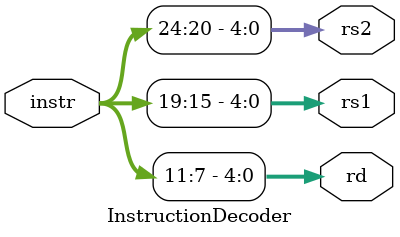
<source format=v>
module InstructionDecoder(instr, rd, rs1, rs2); 

input [31:0]instr; 

output reg [4:0] rd, rs1, rs2;
//output reg [11:0] imm;

/*reg [4:0]rd;
reg [4:0]rs1;
reg [4:0]rs2;
reg [11:0]imm;*/

always @(instr)   begin 

	 rd = instr[11:7];
	 rs1 = instr[19:15];
	 rs2 = instr[24:20];
	 //imm = instr[31:20];

end 
endmodule

</source>
